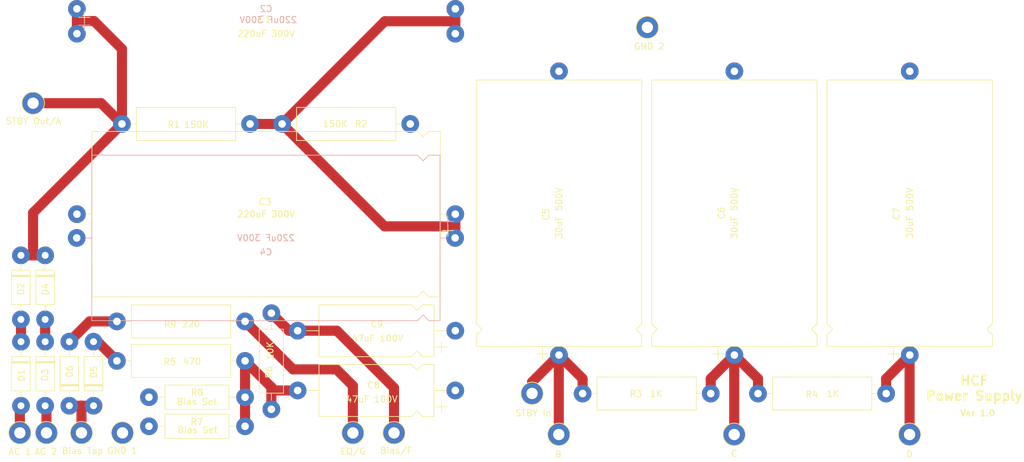
<source format=kicad_pcb>
(kicad_pcb (version 20241229) (generator "pcbnew") (generator_version "9.0")
  (layers (0 "F.Cu" signal) (2 "B.Cu" signal) (13 "F.Paste" user) (15 "B.Paste" user) (5 "F.SilkS" user "F.Silkscreen") (7 "B.SilkS" user "B.Silkscreen") (1 "F.Mask" user) (3 "B.Mask" user) (25 "Edge.Cuts" user))
  (net 0 "")
  (net 1 "Net-(D2-K)")
  (net 2 "Net-(C1-Pad2)")
  (net 3 "GND")
  (net 4 "B")
  (net 5 "C")
  (net 6 "D")
  (net 7 "Net-(C8-Pad2)")
  (net 8 "F")
  (net 9 "Net-(D1-K)")
  (net 10 "Net-(D1-A)")
  (net 11 "Net-(D3-A)")
  (net 12 "Net-(D3-K)")
  (net 13 "Net-(D5-A)")
  (net 14 "60VAC")
  (net 15 "Net-(D6-A)")
  (net 16 "G")
  (footprint "Capacitor_THT:CP_Axial_L42.0mm_D26.0mm_P45.00mm_Horizontal" (layer "F.Cu") (at 222.373 137.61 90)
    (property "Reference" "C7" (at 22.42 -2.09 90) (layer "F.SilkS"))
    (property "Value" "30uF 500V" (at 22.5 0 90) (layer "F.SilkS"))
    (fp_line (start 43.62 -13.12) (end 43.62 13.12) (stroke (width 0.12)) (layer "F.SilkS"))
    (fp_line (start 4.98 -13.12) (end 43.62 -13.12) (stroke (width 0.12)) (layer "F.SilkS"))
    (fp_line (start 3.18 -13.12) (end 4.08 -12.22) (stroke (width 0.12)) (layer "F.SilkS"))
    (fp_line (start 1.38 -13.12) (end 3.18 -13.12) (stroke (width 0.12)) (layer "F.SilkS"))
    (fp_line (start 1.38 -13.12) (end 1.38 13.12) (stroke (width 0.12)) (layer "F.SilkS"))
    (fp_line (start 4.08 -12.22) (end 4.98 -13.12) (stroke (width 0.12)) (layer "F.SilkS"))
    (fp_line (start 0.18 -3.5) (end 0.18 -1.7) (stroke (width 0.12)) (layer "F.SilkS"))
    (fp_line (start -0.72 -2.6) (end 1.08 -2.6) (stroke (width 0.12)) (layer "F.SilkS"))
    (fp_line (start 4.08 12.22) (end 4.98 13.12) (stroke (width 0.12)) (layer "F.SilkS"))
    (fp_line (start 4.98 13.12) (end 43.62 13.12) (stroke (width 0.12)) (layer "F.SilkS"))
    (fp_line (start 3.18 13.12) (end 4.08 12.22) (stroke (width 0.12)) (layer "F.SilkS"))
    (fp_line (start 1.38 13.12) (end 3.18 13.12) (stroke (width 0.12)) (layer "F.SilkS"))
    (pad "1" thru_hole circle (at 0 0 90) (size 2.8 2.8) (drill 1.2) (layers "*.Cu" "*.Mask") (net 6 "D"))
    (pad "2" thru_hole circle (at 45 0 90) (size 2.8 2.8) (drill 1.2) (layers "*.Cu" "*.Mask") (net 3 "GND"))
  )
  (footprint "Resistor_THT:R_Axial_DIN0516_L15.5mm_D5.0mm_P20.32mm_Horizontal" (layer "F.Cu") (at 96.6445 132.275)
    (property "Reference" "R9" (at 8.44 0.44 0) (layer "F.SilkS"))
    (property "Value" "220" (at 11.73 0.4 0) (layer "F.SilkS"))
    (fp_line (start 1.44 0) (end 2.29 0) (stroke (width 0.12)) (layer "F.SilkS"))
    (fp_line (start 2.29 -2.62) (end 2.29 2.62) (stroke (width 0.12)) (layer "F.SilkS"))
    (fp_line (start 2.29 2.62) (end 18.03 2.62) (stroke (width 0.12)) (layer "F.SilkS"))
    (fp_line (start 18.03 -2.62) (end 2.29 -2.62) (stroke (width 0.12)) (layer "F.SilkS"))
    (fp_line (start 18.03 2.62) (end 18.03 -2.62) (stroke (width 0.12)) (layer "F.SilkS"))
    (fp_line (start 18.88 0) (end 18.03 0) (stroke (width 0.12)) (layer "F.SilkS"))
    (pad "1" thru_hole circle (at 0 0) (size 2.8 2.8) (drill 1.2) (layers "*.Cu" "*.Mask") (net 15 "Net-(D6-A)"))
    (pad "2" thru_hole circle (at 20.32 0) (size 2.8 2.8) (drill 1.2) (layers "*.Cu" "*.Mask") (net 16 "G"))
  )
  (footprint "HiroFootprints:Out_Hole_3.4_1.8" (layer "F.Cu") (at 166.717 150.21)
    (property "Reference" "TP3" (hide yes))
    (property "Value" "B" (at -0.08 3.16 0) (layer "F.SilkS"))
    (fp_circle (center 0 0) (end 1.8 0) (stroke (width 0.12)) (fill no) (layer "F.SilkS"))
    (pad "1" thru_hole circle (at 0 0) (size 3.4 3.4) (drill 1.8) (layers "*.Cu" "*.Mask") (net 4 "B"))
  )
  (footprint "HiroFootprints:Out_Hole_3.4_1.8" (layer "F.Cu") (at 194.53 150.21)
    (property "Reference" "TP4" (hide yes))
    (property "Value" "C" (at 0 3.02 0) (layer "F.SilkS"))
    (fp_circle (center 0 0) (end 1.8 0) (stroke (width 0.12)) (fill no) (layer "F.SilkS"))
    (pad "1" thru_hole circle (at 0 0) (size 3.4 3.4) (drill 1.8) (layers "*.Cu" "*.Mask") (net 5 "C"))
  )
  (footprint "HiroFootprints:Out_Hole_3.4_1.8" (layer "F.Cu") (at 140.582 149.96)
    (property "Reference" "TP7" (hide yes))
    (property "Value" "Bias/F" (at 0.34 2.79 0) (layer "F.SilkS"))
    (fp_circle (center 0 0) (end 1.8 0) (stroke (width 0.12)) (fill no) (layer "F.SilkS"))
    (pad "1" thru_hole circle (at 0 0) (size 3.4 3.4) (drill 1.8) (layers "*.Cu" "*.Mask") (net 8 "F"))
  )
  (footprint "Capacitor_THT:CP_Axial_L18.0mm_D8.0mm_P25.00mm_Horizontal" (layer "F.Cu") (at 150.302 133.75 180)
    (property "Reference" "C9" (at 12.45 1.05 0) (layer "F.SilkS"))
    (property "Value" "47uF 100V" (at 12.34 -1.21 0) (layer "F.SilkS"))
    (fp_line (start 23.56 0) (end 21.62 0) (stroke (width 0.12)) (layer "F.SilkS"))
    (fp_line (start 21.62 -4.12) (end 21.62 4.12) (stroke (width 0.12)) (layer "F.SilkS"))
    (fp_line (start 6.98 4.12) (end 21.62 4.12) (stroke (width 0.12)) (layer "F.SilkS"))
    (fp_line (start 6.98 -4.12) (end 21.62 -4.12) (stroke (width 0.12)) (layer "F.SilkS"))
    (fp_line (start 6.08 3.22) (end 6.98 4.12) (stroke (width 0.12)) (layer "F.SilkS"))
    (fp_line (start 6.08 -3.22) (end 6.98 -4.12) (stroke (width 0.12)) (layer "F.SilkS"))
    (fp_line (start 5.18 4.12) (end 6.08 3.22) (stroke (width 0.12)) (layer "F.SilkS"))
    (fp_line (start 5.18 -4.12) (end 6.08 -3.22) (stroke (width 0.12)) (layer "F.SilkS"))
    (fp_line (start 3.38 4.12) (end 5.18 4.12) (stroke (width 0.12)) (layer "F.SilkS"))
    (fp_line (start 3.38 -4.12) (end 5.18 -4.12) (stroke (width 0.12)) (layer "F.SilkS"))
    (fp_line (start 3.38 -4.12) (end 3.38 4.12) (stroke (width 0.12)) (layer "F.SilkS"))
    (fp_line (start 2.18 -3.5) (end 2.18 -1.7) (stroke (width 0.12)) (layer "F.SilkS"))
    (fp_line (start 1.44 0) (end 3.38 0) (stroke (width 0.12)) (layer "F.SilkS"))
    (fp_line (start 1.28 -2.6) (end 3.08 -2.6) (stroke (width 0.12)) (layer "F.SilkS"))
    (pad "1" thru_hole circle (at 0 0 180) (size 2.8 2.8) (drill 1.2) (layers "*.Cu" "*.Mask") (net 3 "GND"))
    (pad "2" thru_hole circle (at 25 0 180) (size 2.8 2.8) (drill 1.2) (layers "*.Cu" "*.Mask") (net 8 "F"))
  )
  (footprint "Resistor_THT:R_Axial_DIN0516_L15.5mm_D5.0mm_P20.32mm_Horizontal" (layer "F.Cu") (at 170.4935 143.7175)
    (property "Reference" "R3" (at 8.454 0.034 0) (layer "F.SilkS"))
    (property "Value" "1K" (at 11.65 0 0) (layer "F.SilkS"))
    (fp_line (start 1.44 0) (end 2.29 0) (stroke (width 0.12)) (layer "F.SilkS"))
    (fp_line (start 2.29 -2.62) (end 2.29 2.62) (stroke (width 0.12)) (layer "F.SilkS"))
    (fp_line (start 2.29 2.62) (end 18.03 2.62) (stroke (width 0.12)) (layer "F.SilkS"))
    (fp_line (start 18.03 -2.62) (end 2.29 -2.62) (stroke (width 0.12)) (layer "F.SilkS"))
    (fp_line (start 18.03 2.62) (end 18.03 -2.62) (stroke (width 0.12)) (layer "F.SilkS"))
    (fp_line (start 18.88 0) (end 18.03 0) (stroke (width 0.12)) (layer "F.SilkS"))
    (pad "1" thru_hole circle (at 0 0) (size 2.8 2.8) (drill 1.2) (layers "*.Cu" "*.Mask") (net 4 "B"))
    (pad "2" thru_hole circle (at 20.32 0) (size 2.8 2.8) (drill 1.2) (layers "*.Cu" "*.Mask") (net 5 "C"))
  )
  (footprint "HiroFootprints:Out_Hole_3.4_1.8" (layer "F.Cu") (at 162.477 143.7)
    (property "Reference" "TP2" (hide yes))
    (property "Value" "STBY In" (at 0.205 3.105 0) (layer "F.SilkS"))
    (fp_circle (center 0 0) (end 1.8 0) (stroke (width 0.12)) (fill no) (layer "F.SilkS"))
    (pad "1" thru_hole circle (at 0 0) (size 3.4 3.4) (drill 1.8) (layers "*.Cu" "*.Mask") (net 4 "B"))
  )
  (footprint "Capacitor_THT:CP_Axial_L42.0mm_D26.0mm_P45.00mm_Horizontal" (layer "F.Cu") (at 194.56 137.61 90)
    (property "Reference" "C6" (at 22.52 -2.03 90) (layer "F.SilkS"))
    (property "Value" "30uF 500V" (at 22.5 0 90) (layer "F.SilkS"))
    (fp_line (start 43.62 -13.12) (end 43.62 13.12) (stroke (width 0.12)) (layer "F.SilkS"))
    (fp_line (start 4.98 -13.12) (end 43.62 -13.12) (stroke (width 0.12)) (layer "F.SilkS"))
    (fp_line (start 3.18 -13.12) (end 4.08 -12.22) (stroke (width 0.12)) (layer "F.SilkS"))
    (fp_line (start 1.38 -13.12) (end 3.18 -13.12) (stroke (width 0.12)) (layer "F.SilkS"))
    (fp_line (start 1.38 -13.12) (end 1.38 13.12) (stroke (width 0.12)) (layer "F.SilkS"))
    (fp_line (start 4.08 -12.22) (end 4.98 -13.12) (stroke (width 0.12)) (layer "F.SilkS"))
    (fp_line (start 0.18 -3.5) (end 0.18 -1.7) (stroke (width 0.12)) (layer "F.SilkS"))
    (fp_line (start -0.72 -2.6) (end 1.08 -2.6) (stroke (width 0.12)) (layer "F.SilkS"))
    (fp_line (start 4.08 12.22) (end 4.98 13.12) (stroke (width 0.12)) (layer "F.SilkS"))
    (fp_line (start 4.98 13.12) (end 43.62 13.12) (stroke (width 0.12)) (layer "F.SilkS"))
    (fp_line (start 3.18 13.12) (end 4.08 12.22) (stroke (width 0.12)) (layer "F.SilkS"))
    (fp_line (start 1.38 13.12) (end 3.18 13.12) (stroke (width 0.12)) (layer "F.SilkS"))
    (pad "1" thru_hole circle (at 0 0 90) (size 2.8 2.8) (drill 1.2) (layers "*.Cu" "*.Mask") (net 5 "C"))
    (pad "2" thru_hole circle (at 45 0 90) (size 2.8 2.8) (drill 1.2) (layers "*.Cu" "*.Mask") (net 3 "GND"))
  )
  (footprint "Resistor_THT:R_Axial_DIN0411_L9.9mm_D3.6mm_P15.24mm_Horizontal" (layer "F.Cu") (at 121.13325 130.97 -90)
    (property "Reference" "R6" (at 9.36 0.36 90) (layer "F.SilkS"))
    (property "Value" "10K" (at 5.95 0.18 90) (layer "F.SilkS"))
    (fp_line (start 2.55 1.92) (end 12.69 1.92) (stroke (width 0.12)) (layer "F.SilkS"))
    (fp_line (start 12.69 1.92) (end 12.69 -1.92) (stroke (width 0.12)) (layer "F.SilkS"))
    (fp_line (start 1.44 0) (end 2.55 0) (stroke (width 0.12)) (layer "F.SilkS"))
    (fp_line (start 13.8 0) (end 12.69 0) (stroke (width 0.12)) (layer "F.SilkS"))
    (fp_line (start 2.55 -1.92) (end 2.55 1.92) (stroke (width 0.12)) (layer "F.SilkS"))
    (fp_line (start 12.69 -1.92) (end 2.55 -1.92) (stroke (width 0.12)) (layer "F.SilkS"))
    (pad "1" thru_hole circle (at 0 0 270) (size 2.8 2.8) (drill 1.2) (layers "*.Cu" "*.Mask") (net 8 "F"))
    (pad "2" thru_hole circle (at 15.24 0 270) (size 2.8 2.8) (drill 1.2) (layers "*.Cu" "*.Mask") (net 7 "Net-(C8-Pad2)"))
  )
  (footprint "Capacitor_THT:CP_Axial_L18.0mm_D8.0mm_P25.00mm_Horizontal" (layer "F.Cu") (at 150.302 143.225 180)
    (property "Reference" "C8" (at 12.94 0.81 0) (layer "F.SilkS"))
    (property "Value" "47uF 100V" (at 13.24 -1.39 0) (layer "F.SilkS"))
    (fp_line (start 23.56 0) (end 21.62 0) (stroke (width 0.12)) (layer "F.SilkS"))
    (fp_line (start 21.62 -4.12) (end 21.62 4.12) (stroke (width 0.12)) (layer "F.SilkS"))
    (fp_line (start 6.98 4.12) (end 21.62 4.12) (stroke (width 0.12)) (layer "F.SilkS"))
    (fp_line (start 6.98 -4.12) (end 21.62 -4.12) (stroke (width 0.12)) (layer "F.SilkS"))
    (fp_line (start 6.08 3.22) (end 6.98 4.12) (stroke (width 0.12)) (layer "F.SilkS"))
    (fp_line (start 6.08 -3.22) (end 6.98 -4.12) (stroke (width 0.12)) (layer "F.SilkS"))
    (fp_line (start 5.18 4.12) (end 6.08 3.22) (stroke (width 0.12)) (layer "F.SilkS"))
    (fp_line (start 5.18 -4.12) (end 6.08 -3.22) (stroke (width 0.12)) (layer "F.SilkS"))
    (fp_line (start 3.38 4.12) (end 5.18 4.12) (stroke (width 0.12)) (layer "F.SilkS"))
    (fp_line (start 3.38 -4.12) (end 5.18 -4.12) (stroke (width 0.12)) (layer "F.SilkS"))
    (fp_line (start 3.38 -4.12) (end 3.38 4.12) (stroke (width 0.12)) (layer "F.SilkS"))
    (fp_line (start 2.18 -3.5) (end 2.18 -1.7) (stroke (width 0.12)) (layer "F.SilkS"))
    (fp_line (start 1.44 0) (end 3.38 0) (stroke (width 0.12)) (layer "F.SilkS"))
    (fp_line (start 1.28 -2.6) (end 3.08 -2.6) (stroke (width 0.12)) (layer "F.SilkS"))
    (pad "1" thru_hole circle (at 0 0 180) (size 2.8 2.8) (drill 1.2) (layers "*.Cu" "*.Mask") (net 3 "GND"))
    (pad "2" thru_hole circle (at 25 0 180) (size 2.8 2.8) (drill 1.2) (layers "*.Cu" "*.Mask") (net 7 "Net-(C8-Pad2)"))
  )
  (footprint "Capacitor_THT:CP_Axial_L55.0mm_D26.0mm_P60.00mm_Horizontal" (layer "F.Cu") (at 90.3 86.6525)
    (property "Reference" "C1" (at 29.81 -2.33 0) (layer "F.SilkS"))
    (property "Value" "220uF 300V" (at 30 0 0) (layer "F.SilkS"))
    (fp_line (start 0.28 -2.6) (end 2.08 -2.6) (stroke (width 0.12)) (layer "F.SilkS"))
    (fp_line (start 1.18 -3.5) (end 1.18 -1.7) (stroke (width 0.12)) (layer "F.SilkS"))
    (pad "1" thru_hole circle (at 0 0) (size 2.8 2.8) (drill 1.2) (layers "*.Cu" "*.Mask") (net 1 "Net-(D2-K)"))
    (pad "2" thru_hole circle (at 60 0) (size 2.8 2.8) (drill 1.2) (layers "*.Cu" "*.Mask") (net 2 "Net-(C1-Pad2)"))
  )
  (footprint "HiroFootprints:Out_Hole_3.4_1.8" (layer "F.Cu") (at 81.252 149.95)
    (property "Reference" "TP10" (hide yes))
    (property "Value" "AC 1" (at 0 3 0) (layer "F.SilkS"))
    (fp_circle (center 0 0) (end 1.8 0) (stroke (width 0.12)) (fill no) (layer "F.SilkS"))
    (pad "1" thru_hole circle (at 0 0) (size 3.4 3.4) (drill 1.8) (layers "*.Cu" "*.Mask") (net 10 "Net-(D1-A)"))
  )
  (footprint "Resistor_THT:R_Axial_DIN0516_L15.5mm_D5.0mm_P20.32mm_Horizontal" (layer "F.Cu") (at 97.44 100.96)
    (property "Reference" "R1" (at 8.22 0.11 0) (layer "F.SilkS"))
    (property "Value" "150K" (at 11.81 0.11 0) (layer "F.SilkS"))
    (fp_line (start 1.44 0) (end 2.29 0) (stroke (width 0.12)) (layer "F.SilkS"))
    (fp_line (start 2.29 -2.62) (end 2.29 2.62) (stroke (width 0.12)) (layer "F.SilkS"))
    (fp_line (start 2.29 2.62) (end 18.03 2.62) (stroke (width 0.12)) (layer "F.SilkS"))
    (fp_line (start 18.03 -2.62) (end 2.29 -2.62) (stroke (width 0.12)) (layer "F.SilkS"))
    (fp_line (start 18.03 2.62) (end 18.03 -2.62) (stroke (width 0.12)) (layer "F.SilkS"))
    (fp_line (start 18.88 0) (end 18.03 0) (stroke (width 0.12)) (layer "F.SilkS"))
    (pad "1" thru_hole circle (at 0 0) (size 2.8 2.8) (drill 1.2) (layers "*.Cu" "*.Mask") (net 1 "Net-(D2-K)"))
    (pad "2" thru_hole circle (at 20.32 0) (size 2.8 2.8) (drill 1.2) (layers "*.Cu" "*.Mask") (net 2 "Net-(C1-Pad2)"))
  )
  (footprint "HiroFootprints:Out_Hole_3.4_1.8" (layer "F.Cu") (at 134.062 149.96)
    (property "Reference" "TP8" (hide yes))
    (property "Value" "EQ/G" (at 0.03 2.92 0) (layer "F.SilkS"))
    (fp_circle (center 0 0) (end 1.8 0) (stroke (width 0.12)) (fill no) (layer "F.SilkS"))
    (pad "1" thru_hole circle (at 0 0) (size 3.4 3.4) (drill 1.8) (layers "*.Cu" "*.Mask") (net 16 "G"))
  )
  (footprint "Diode_THT:D_DO-41_SOD81_P10.16mm_Horizontal" (layer "F.Cu") (at 85.262 121.8 -90)
    (property "Reference" "D4" (at 5.37 -0.07 90) (layer "F.SilkS"))
    (property "Value" "1N4006")
    (fp_line (start 2.36 1.47) (end 7.8 1.47) (stroke (width 0.12)) (layer "F.SilkS"))
    (fp_line (start 7.8 1.47) (end 7.8 -1.47) (stroke (width 0.12)) (layer "F.SilkS"))
    (fp_line (start 1.34 0) (end 2.36 0) (stroke (width 0.12)) (layer "F.SilkS"))
    (fp_line (start 8.82 0) (end 7.8 0) (stroke (width 0.12)) (layer "F.SilkS"))
    (fp_line (start 2.36 -1.47) (end 2.36 1.47) (stroke (width 0.12)) (layer "F.SilkS"))
    (fp_line (start 3.14 -1.47) (end 3.14 1.47) (stroke (width 0.12)) (layer "F.SilkS"))
    (fp_line (start 3.26 -1.47) (end 3.26 1.47) (stroke (width 0.12)) (layer "F.SilkS"))
    (fp_line (start 3.38 -1.47) (end 3.38 1.47) (stroke (width 0.12)) (layer "F.SilkS"))
    (fp_line (start 7.8 -1.47) (end 2.36 -1.47) (stroke (width 0.12)) (layer "F.SilkS"))
    (pad "1" thru_hole circle (at 0 0 270) (size 2.8 2.8) (drill 1.1) (layers "*.Cu" "*.Mask") (net 1 "Net-(D2-K)"))
    (pad "2" thru_hole circle (at 10.16 0 270) (size 2.8 2.8) (drill 1.1) (layers "*.Cu" "*.Mask") (net 12 "Net-(D3-K)"))
  )
  (footprint "HiroFootprints:Out_Hole_3.4_1.8" (layer "F.Cu") (at 222.343 150.21)
    (property "Reference" "TP5" (hide yes))
    (property "Value" "D" (at -0.01 3.09 0) (layer "F.SilkS"))
    (fp_circle (center 0 0) (end 1.8 0) (stroke (width 0.12)) (fill no) (layer "F.SilkS"))
    (pad "1" thru_hole circle (at 0 0) (size 3.4 3.4) (drill 1.8) (layers "*.Cu" "*.Mask") (net 6 "D"))
  )
  (footprint "Resistor_THT:R_Axial_DIN0411_L9.9mm_D3.6mm_P15.24mm_Horizontal" (layer "F.Cu") (at 116.9645 144.295 180)
    (property "Reference" "R8" (at 7.59 0.77 0) (layer "F.SilkS"))
    (property "Value" "Bias Set" (at 7.64 -0.72 0) (layer "F.SilkS"))
    (fp_line (start 13.8 0) (end 12.69 0) (stroke (width 0.12)) (layer "F.SilkS"))
    (fp_line (start 12.69 1.92) (end 12.69 -1.92) (stroke (width 0.12)) (layer "F.SilkS"))
    (fp_line (start 12.69 -1.92) (end 2.55 -1.92) (stroke (width 0.12)) (layer "F.SilkS"))
    (fp_line (start 2.55 1.92) (end 12.69 1.92) (stroke (width 0.12)) (layer "F.SilkS"))
    (fp_line (start 2.55 -1.92) (end 2.55 1.92) (stroke (width 0.12)) (layer "F.SilkS"))
    (fp_line (start 1.44 0) (end 2.55 0) (stroke (width 0.12)) (layer "F.SilkS"))
    (pad "1" thru_hole circle (at 0 0 180) (size 2.8 2.8) (drill 1.2) (layers "*.Cu" "*.Mask") (net 7 "Net-(C8-Pad2)"))
    (pad "2" thru_hole circle (at 15.24 0 180) (size 2.8 2.8) (drill 1.2) (layers "*.Cu" "*.Mask") (net 3 "GND"))
  )
  (footprint "Diode_THT:D_DO-41_SOD81_P10.16mm_Horizontal" (layer "F.Cu") (at 89.10075 145.65 90)
    (property "Reference" "D6" (at 5.43 0.01 90) (layer "F.SilkS"))
    (property "Value" "1N4006")
    (fp_line (start 7.8 -1.47) (end 2.36 -1.47) (stroke (width 0.12)) (layer "F.SilkS"))
    (fp_line (start 3.38 -1.47) (end 3.38 1.47) (stroke (width 0.12)) (layer "F.SilkS"))
    (fp_line (start 3.26 -1.47) (end 3.26 1.47) (stroke (width 0.12)) (layer "F.SilkS"))
    (fp_line (start 3.14 -1.47) (end 3.14 1.47) (stroke (width 0.12)) (layer "F.SilkS"))
    (fp_line (start 2.36 -1.47) (end 2.36 1.47) (stroke (width 0.12)) (layer "F.SilkS"))
    (fp_line (start 8.82 0) (end 7.8 0) (stroke (width 0.12)) (layer "F.SilkS"))
    (fp_line (start 1.34 0) (end 2.36 0) (stroke (width 0.12)) (layer "F.SilkS"))
    (fp_line (start 7.8 1.47) (end 7.8 -1.47) (stroke (width 0.12)) (layer "F.SilkS"))
    (fp_line (start 2.36 1.47) (end 7.8 1.47) (stroke (width 0.12)) (layer "F.SilkS"))
    (pad "1" thru_hole circle (at 0 0 90) (size 2.8 2.8) (drill 1.1) (layers "*.Cu" "*.Mask") (net 14 "60VAC"))
    (pad "2" thru_hole circle (at 10.16 0 90) (size 2.8 2.8) (drill 1.1) (layers "*.Cu" "*.Mask") (net 15 "Net-(D6-A)"))
  )
  (footprint "Resistor_THT:R_Axial_DIN0516_L15.5mm_D5.0mm_P20.32mm_Horizontal" (layer "F.Cu") (at 198.3065 143.7175)
    (property "Reference" "R4" (at 8.56 0.144 0) (layer "F.SilkS"))
    (property "Value" "1K" (at 11.85 0.04 0) (layer "F.SilkS"))
    (fp_line (start 1.44 0) (end 2.29 0) (stroke (width 0.12)) (layer "F.SilkS"))
    (fp_line (start 2.29 -2.62) (end 2.29 2.62) (stroke (width 0.12)) (layer "F.SilkS"))
    (fp_line (start 2.29 2.62) (end 18.03 2.62) (stroke (width 0.12)) (layer "F.SilkS"))
    (fp_line (start 18.03 -2.62) (end 2.29 -2.62) (stroke (width 0.12)) (layer "F.SilkS"))
    (fp_line (start 18.03 2.62) (end 18.03 -2.62) (stroke (width 0.12)) (layer "F.SilkS"))
    (fp_line (start 18.88 0) (end 18.03 0) (stroke (width 0.12)) (layer "F.SilkS"))
    (pad "1" thru_hole circle (at 0 0) (size 2.8 2.8) (drill 1.2) (layers "*.Cu" "*.Mask") (net 5 "C"))
    (pad "2" thru_hole circle (at 20.32 0) (size 2.8 2.8) (drill 1.2) (layers "*.Cu" "*.Mask") (net 6 "D"))
  )
  (footprint "Diode_THT:D_DO-41_SOD81_P10.16mm_Horizontal" (layer "F.Cu") (at 81.432 135.49 -90)
    (property "Reference" "D1" (at 5.34 -0.05 90) (layer "F.SilkS"))
    (property "Value" "1N4006")
    (fp_line (start 2.36 1.47) (end 7.8 1.47) (stroke (width 0.12)) (layer "F.SilkS"))
    (fp_line (start 7.8 1.47) (end 7.8 -1.47) (stroke (width 0.12)) (layer "F.SilkS"))
    (fp_line (start 1.34 0) (end 2.36 0) (stroke (width 0.12)) (layer "F.SilkS"))
    (fp_line (start 8.82 0) (end 7.8 0) (stroke (width 0.12)) (layer "F.SilkS"))
    (fp_line (start 2.36 -1.47) (end 2.36 1.47) (stroke (width 0.12)) (layer "F.SilkS"))
    (fp_line (start 3.14 -1.47) (end 3.14 1.47) (stroke (width 0.12)) (layer "F.SilkS"))
    (fp_line (start 3.26 -1.47) (end 3.26 1.47) (stroke (width 0.12)) (layer "F.SilkS"))
    (fp_line (start 3.38 -1.47) (end 3.38 1.47) (stroke (width 0.12)) (layer "F.SilkS"))
    (fp_line (start 7.8 -1.47) (end 2.36 -1.47) (stroke (width 0.12)) (layer "F.SilkS"))
    (pad "1" thru_hole circle (at 0 0 270) (size 2.8 2.8) (drill 1.1) (layers "*.Cu" "*.Mask") (net 9 "Net-(D1-K)"))
    (pad "2" thru_hole circle (at 10.16 0 270) (size 2.8 2.8) (drill 1.1) (layers "*.Cu" "*.Mask") (net 10 "Net-(D1-A)"))
  )
  (footprint "HiroFootprints:Out_Hole_3.4_1.8" (layer "F.Cu") (at 83.35 97.67)
    (property "Reference" "TP1" (hide yes))
    (property "Value" "STBY Out/A" (at 0.065 2.845 0) (layer "F.SilkS"))
    (fp_circle (center 0 0) (end 1.8 0) (stroke (width 0.12)) (fill no) (layer "F.SilkS"))
    (pad "1" thru_hole circle (at 0 0) (size 3.4 3.4) (drill 1.8) (layers "*.Cu" "*.Mask") (net 1 "Net-(D2-K)"))
  )
  (footprint "Diode_THT:D_DO-41_SOD81_P10.16mm_Horizontal" (layer "F.Cu") (at 92.932 145.65 90)
    (property "Reference" "D5" (at 5.35 0.04 90) (layer "F.SilkS"))
    (property "Value" "1N4006")
    (fp_line (start 7.8 -1.47) (end 2.36 -1.47) (stroke (width 0.12)) (layer "F.SilkS"))
    (fp_line (start 3.38 -1.47) (end 3.38 1.47) (stroke (width 0.12)) (layer "F.SilkS"))
    (fp_line (start 3.26 -1.47) (end 3.26 1.47) (stroke (width 0.12)) (layer "F.SilkS"))
    (fp_line (start 3.14 -1.47) (end 3.14 1.47) (stroke (width 0.12)) (layer "F.SilkS"))
    (fp_line (start 2.36 -1.47) (end 2.36 1.47) (stroke (width 0.12)) (layer "F.SilkS"))
    (fp_line (start 8.82 0) (end 7.8 0) (stroke (width 0.12)) (layer "F.SilkS"))
    (fp_line (start 1.34 0) (end 2.36 0) (stroke (width 0.12)) (layer "F.SilkS"))
    (fp_line (start 7.8 1.47) (end 7.8 -1.47) (stroke (width 0.12)) (layer "F.SilkS"))
    (fp_line (start 2.36 1.47) (end 7.8 1.47) (stroke (width 0.12)) (layer "F.SilkS"))
    (pad "1" thru_hole circle (at 0 0 90) (size 2.8 2.8) (drill 1.1) (layers "*.Cu" "*.Mask") (net 14 "60VAC"))
    (pad "2" thru_hole circle (at 10.16 0 90) (size 2.8 2.8) (drill 1.1) (layers "*.Cu" "*.Mask") (net 13 "Net-(D5-A)"))
  )
  (footprint "HiroFootprints:Out_Hole_3.4_1.8" (layer "F.Cu") (at 91.022 149.95)
    (property "Reference" "TP9" (hide yes))
    (property "Value" "Bias Tap" (at 0.18 2.86 0) (layer "F.SilkS"))
    (fp_circle (center 0 0) (end 1.8 0) (stroke (width 0.12)) (fill no) (layer "F.SilkS"))
    (pad "1" thru_hole circle (at 0 0) (size 3.4 3.4) (drill 1.8) (layers "*.Cu" "*.Mask") (net 14 "60VAC"))
  )
  (footprint "Resistor_THT:R_Axial_DIN0411_L9.9mm_D3.6mm_P15.24mm_Horizontal" (layer "F.Cu") (at 116.9645 148.905 180)
    (property "Reference" "R7" (at 7.65 0.71 0) (layer "F.SilkS"))
    (property "Value" "Bias Set" (at 7.53 -0.59 0) (layer "F.SilkS"))
    (fp_line (start 13.8 0) (end 12.69 0) (stroke (width 0.12)) (layer "F.SilkS"))
    (fp_line (start 12.69 1.92) (end 12.69 -1.92) (stroke (width 0.12)) (layer "F.SilkS"))
    (fp_line (start 12.69 -1.92) (end 2.55 -1.92) (stroke (width 0.12)) (layer "F.SilkS"))
    (fp_line (start 2.55 1.92) (end 12.69 1.92) (stroke (width 0.12)) (layer "F.SilkS"))
    (fp_line (start 2.55 -1.92) (end 2.55 1.92) (stroke (width 0.12)) (layer "F.SilkS"))
    (fp_line (start 1.44 0) (end 2.55 0) (stroke (width 0.12)) (layer "F.SilkS"))
    (pad "1" thru_hole circle (at 0 0 180) (size 2.8 2.8) (drill 1.2) (layers "*.Cu" "*.Mask") (net 7 "Net-(C8-Pad2)"))
    (pad "2" thru_hole circle (at 15.24 0 180) (size 2.8 2.8) (drill 1.2) (layers "*.Cu" "*.Mask") (net 3 "GND"))
  )
  (footprint "Resistor_THT:R_Axial_DIN0516_L15.5mm_D5.0mm_P20.32mm_Horizontal" (layer "F.Cu") (at 96.6445 138.535)
    (property "Reference" "R5" (at 8.39 0.14 0) (layer "F.SilkS"))
    (property "Value" "470" (at 11.91 0.09 0) (layer "F.SilkS"))
    (fp_line (start 1.44 0) (end 2.29 0) (stroke (width 0.12)) (layer "F.SilkS"))
    (fp_line (start 2.29 -2.62) (end 2.29 2.62) (stroke (width 0.12)) (layer "F.SilkS"))
    (fp_line (start 2.29 2.62) (end 18.03 2.62) (stroke (width 0.12)) (layer "F.SilkS"))
    (fp_line (start 18.03 -2.62) (end 2.29 -2.62) (stroke (width 0.12)) (layer "F.SilkS"))
    (fp_line (start 18.03 2.62) (end 18.03 -2.62) (stroke (width 0.12)) (layer "F.SilkS"))
    (fp_line (start 18.88 0) (end 18.03 0) (stroke (width 0.12)) (layer "F.SilkS"))
    (pad "1" thru_hole circle (at 0 0) (size 2.8 2.8) (drill 1.2) (layers "*.Cu" "*.Mask") (net 13 "Net-(D5-A)"))
    (pad "2" thru_hole circle (at 20.32 0) (size 2.8 2.8) (drill 1.2) (layers "*.Cu" "*.Mask") (net 7 "Net-(C8-Pad2)"))
  )
  (footprint "Capacitor_THT:CP_Axial_L42.0mm_D26.0mm_P45.00mm_Horizontal" (layer "F.Cu") (at 166.747 137.61 90)
    (property "Reference" "C5" (at 22.31 -2.07 90) (layer "F.SilkS"))
    (property "Value" "30uF 500V" (at 22.5 0 90) (layer "F.SilkS"))
    (fp_line (start 43.62 -13.12) (end 43.62 13.12) (stroke (width 0.12)) (layer "F.SilkS"))
    (fp_line (start 4.98 -13.12) (end 43.62 -13.12) (stroke (width 0.12)) (layer "F.SilkS"))
    (fp_line (start 3.18 -13.12) (end 4.08 -12.22) (stroke (width 0.12)) (layer "F.SilkS"))
    (fp_line (start 1.38 -13.12) (end 3.18 -13.12) (stroke (width 0.12)) (layer "F.SilkS"))
    (fp_line (start 1.38 -13.12) (end 1.38 13.12) (stroke (width 0.12)) (layer "F.SilkS"))
    (fp_line (start 4.08 -12.22) (end 4.98 -13.12) (stroke (width 0.12)) (layer "F.SilkS"))
    (fp_line (start 0.18 -3.5) (end 0.18 -1.7) (stroke (width 0.12)) (layer "F.SilkS"))
    (fp_line (start -0.72 -2.6) (end 1.08 -2.6) (stroke (width 0.12)) (layer "F.SilkS"))
    (fp_line (start 4.08 12.22) (end 4.98 13.12) (stroke (width 0.12)) (layer "F.SilkS"))
    (fp_line (start 4.98 13.12) (end 43.62 13.12) (stroke (width 0.12)) (layer "F.SilkS"))
    (fp_line (start 3.18 13.12) (end 4.08 12.22) (stroke (width 0.12)) (layer "F.SilkS"))
    (fp_line (start 1.38 13.12) (end 3.18 13.12) (stroke (width 0.12)) (layer "F.SilkS"))
    (pad "1" thru_hole circle (at 0 0 90) (size 2.8 2.8) (drill 1.2) (layers "*.Cu" "*.Mask") (net 4 "B"))
    (pad "2" thru_hole circle (at 45 0 90) (size 2.8 2.8) (drill 1.2) (layers "*.Cu" "*.Mask") (net 3 "GND"))
  )
  (footprint "Capacitor_THT:CP_Axial_L55.0mm_D26.0mm_P60.00mm_Horizontal" (layer "F.Cu") (at 150.302 115.2675 180)
    (property "Reference" "C3" (at 30.15 1.96 0) (layer "F.SilkS"))
    (property "Value" "220uF 300V" (at 30 0 0) (layer "F.SilkS"))
    (fp_line (start 58.56 0) (end 57.62 0) (stroke (width 0.12)) (layer "F.SilkS"))
    (fp_line (start 57.62 -13.12) (end 57.62 13.12) (stroke (width 0.12)) (layer "F.SilkS"))
    (fp_line (start 5.98 13.12) (end 57.62 13.12) (stroke (width 0.12)) (layer "F.SilkS"))
    (fp_line (start 5.98 -13.12) (end 57.62 -13.12) (stroke (width 0.12)) (layer "F.SilkS"))
    (fp_line (start 5.08 12.22) (end 5.98 13.12) (stroke (width 0.12)) (layer "F.SilkS"))
    (fp_line (start 5.08 -12.22) (end 5.98 -13.12) (stroke (width 0.12)) (layer "F.SilkS"))
    (fp_line (start 4.18 13.12) (end 5.08 12.22) (stroke (width 0.12)) (layer "F.SilkS"))
    (fp_line (start 4.18 -13.12) (end 5.08 -12.22) (stroke (width 0.12)) (layer "F.SilkS"))
    (fp_line (start 2.38 13.12) (end 4.18 13.12) (stroke (width 0.12)) (layer "F.SilkS"))
    (fp_line (start 2.38 -13.12) (end 4.18 -13.12) (stroke (width 0.12)) (layer "F.SilkS"))
    (fp_line (start 2.38 -13.12) (end 2.38 13.12) (stroke (width 0.12)) (layer "F.SilkS"))
    (fp_line (start 1.44 0) (end 2.38 0) (stroke (width 0.12)) (layer "F.SilkS"))
    (fp_line (start 1.18 -3.5) (end 1.18 -1.7) (stroke (width 0.12)) (layer "F.SilkS"))
    (fp_line (start 0.28 -2.6) (end 2.08 -2.6) (stroke (width 0.12)) (layer "F.SilkS"))
    (pad "1" thru_hole circle (at 0 0 180) (size 2.8 2.8) (drill 1.2) (layers "*.Cu" "*.Mask") (net 2 "Net-(C1-Pad2)"))
    (pad "2" thru_hole circle (at 60 0 180) (size 2.8 2.8) (drill 1.2) (layers "*.Cu" "*.Mask") (net 3 "GND"))
  )
  (footprint "Diode_THT:D_DO-41_SOD81_P10.16mm_Horizontal" (layer "F.Cu") (at 81.422 121.8 -90)
    (property "Reference" "D2" (at 5.34 0 90) (layer "F.SilkS"))
    (property "Value" "1N4006")
    (fp_line (start 2.36 1.47) (end 7.8 1.47) (stroke (width 0.12)) (layer "F.SilkS"))
    (fp_line (start 7.8 1.47) (end 7.8 -1.47) (stroke (width 0.12)) (layer "F.SilkS"))
    (fp_line (start 1.34 0) (end 2.36 0) (stroke (width 0.12)) (layer "F.SilkS"))
    (fp_line (start 8.82 0) (end 7.8 0) (stroke (width 0.12)) (layer "F.SilkS"))
    (fp_line (start 2.36 -1.47) (end 2.36 1.47) (stroke (width 0.12)) (layer "F.SilkS"))
    (fp_line (start 3.14 -1.47) (end 3.14 1.47) (stroke (width 0.12)) (layer "F.SilkS"))
    (fp_line (start 3.26 -1.47) (end 3.26 1.47) (stroke (width 0.12)) (layer "F.SilkS"))
    (fp_line (start 3.38 -1.47) (end 3.38 1.47) (stroke (width 0.12)) (layer "F.SilkS"))
    (fp_line (start 7.8 -1.47) (end 2.36 -1.47) (stroke (width 0.12)) (layer "F.SilkS"))
    (pad "1" thru_hole circle (at 0 0 270) (size 2.8 2.8) (drill 1.1) (layers "*.Cu" "*.Mask") (net 1 "Net-(D2-K)"))
    (pad "2" thru_hole circle (at 10.16 0 270) (size 2.8 2.8) (drill 1.1) (layers "*.Cu" "*.Mask") (net 9 "Net-(D1-K)"))
  )
  (footprint "Resistor_THT:R_Axial_DIN0516_L15.5mm_D5.0mm_P20.32mm_Horizontal" (layer "F.Cu") (at 122.84 100.96)
    (property "Reference" "R2" (at 12.53 0 0) (layer "F.SilkS"))
    (property "Value" "150K" (at 8.41 0 0) (layer "F.SilkS"))
    (fp_line (start 1.44 0) (end 2.29 0) (stroke (width 0.12)) (layer "F.SilkS"))
    (fp_line (start 2.29 -2.62) (end 2.29 2.62) (stroke (width 0.12)) (layer "F.SilkS"))
    (fp_line (start 2.29 2.62) (end 18.03 2.62) (stroke (width 0.12)) (layer "F.SilkS"))
    (fp_line (start 18.03 -2.62) (end 2.29 -2.62) (stroke (width 0.12)) (layer "F.SilkS"))
    (fp_line (start 18.03 2.62) (end 18.03 -2.62) (stroke (width 0.12)) (layer "F.SilkS"))
    (fp_line (start 18.88 0) (end 18.03 0) (stroke (width 0.12)) (layer "F.SilkS"))
    (pad "1" thru_hole circle (at 0 0) (size 2.8 2.8) (drill 1.2) (layers "*.Cu" "*.Mask") (net 2 "Net-(C1-Pad2)"))
    (pad "2" thru_hole circle (at 20.32 0) (size 2.8 2.8) (drill 1.2) (layers "*.Cu" "*.Mask") (net 3 "GND"))
  )
  (footprint "HiroFootprints:Out_Hole_3.4_1.8" (layer "F.Cu") (at 85.472 149.95)
    (property "Reference" "TP11" (hide yes))
    (property "Value" "AC 2" (at -0.11 2.99 0) (layer "F.SilkS"))
    (fp_circle (center 0 0) (end 1.8 0) (stroke (width 0.12)) (fill no) (layer "F.SilkS"))
    (pad "1" thru_hole circle (at 0 0) (size 3.4 3.4) (drill 1.8) (layers "*.Cu" "*.Mask") (net 11 "Net-(D3-A)"))
  )
  (footprint "Diode_THT:D_DO-41_SOD81_P10.16mm_Horizontal" (layer "F.Cu") (at 85.262 135.49 -90)
    (property "Reference" "D3" (at 5.29 0.03 90) (layer "F.SilkS"))
    (property "Value" "1N4006")
    (fp_line (start 2.36 1.47) (end 7.8 1.47) (stroke (width 0.12)) (layer "F.SilkS"))
    (fp_line (start 7.8 1.47) (end 7.8 -1.47) (stroke (width 0.12)) (layer "F.SilkS"))
    (fp_line (start 1.34 0) (end 2.36 0) (stroke (width 0.12)) (layer "F.SilkS"))
    (fp_line (start 8.82 0) (end 7.8 0) (stroke (width 0.12)) (layer "F.SilkS"))
    (fp_line (start 2.36 -1.47) (end 2.36 1.47) (stroke (width 0.12)) (layer "F.SilkS"))
    (fp_line (start 3.14 -1.47) (end 3.14 1.47) (stroke (width 0.12)) (layer "F.SilkS"))
    (fp_line (start 3.26 -1.47) (end 3.26 1.47) (stroke (width 0.12)) (layer "F.SilkS"))
    (fp_line (start 3.38 -1.47) (end 3.38 1.47) (stroke (width 0.12)) (layer "F.SilkS"))
    (fp_line (start 7.8 -1.47) (end 2.36 -1.47) (stroke (width 0.12)) (layer "F.SilkS"))
    (pad "1" thru_hole circle (at 0 0 270) (size 2.8 2.8) (drill 1.1) (layers "*.Cu" "*.Mask") (net 12 "Net-(D3-K)"))
    (pad "2" thru_hole circle (at 10.16 0 270) (size 2.8 2.8) (drill 1.1) (layers "*.Cu" "*.Mask") (net 11 "Net-(D3-A)"))
  )
  (footprint "HiroFootprints:Out_Hole_3.4_1.8" (layer "F.Cu") (at 97.52575 149.95)
    (property "Reference" "TP6" (hide yes))
    (property "Value" "GND 1" (at -0.015 2.815 0) (layer "F.SilkS"))
    (fp_circle (center 0 0) (end 1.8 0) (stroke (width 0.12)) (fill no) (layer "F.SilkS"))
    (pad "1" thru_hole circle (at 0 0) (size 3.4 3.4) (drill 1.8) (layers "*.Cu" "*.Mask") (net 3 "GND"))
  )
  (footprint "HiroFootprints:Out_Hole_3.4_1.8" (layer "F.Cu") (at 180.76 85.65)
    (property "Reference" "TP12" (hide yes))
    (property "Value" "GND 2" (at 0.28 3.02 0) (layer "F.SilkS"))
    (fp_circle (center 0 0) (end 1.8 0) (stroke (width 0.12)) (fill no) (layer "F.SilkS"))
    (pad "1" thru_hole circle (at 0 0) (size 3.4 3.4) (drill 1.8) (layers "*.Cu" "*.Mask") (net 3 "GND"))
  )
  (footprint "Capacitor_THT:CP_Axial_L55.0mm_D26.0mm_P60.00mm_Horizontal" (layer "B.Cu") (at 90.302 82.7075)
    (property "Reference" "C2" (at 30 0 180) (layer "B.SilkS") (effects (justify mirror)))
    (property "Value" "220uF 300V" (at 30.348 1.7475 180) (layer "B.SilkS") (effects (justify mirror)))
    (fp_line (start 0.28 2.6) (end 2.08 2.6) (stroke (width 0.12)) (layer "B.SilkS"))
    (fp_line (start 1.18 3.5) (end 1.18 1.7) (stroke (width 0.12)) (layer "B.SilkS"))
    (pad "1" thru_hole circle (at 0 0) (size 2.8 2.8) (drill 1.2) (layers "*.Cu" "*.Mask") (net 1 "Net-(D2-K)"))
    (pad "2" thru_hole circle (at 60 0) (size 2.8 2.8) (drill 1.2) (layers "*.Cu" "*.Mask") (net 2 "Net-(C1-Pad2)"))
  )
  (footprint "Capacitor_THT:CP_Axial_L55.0mm_D26.0mm_P60.00mm_Horizontal" (layer "B.Cu") (at 150.272 119.0375 180)
    (property "Reference" "C4" (at 30 -2.25 180) (layer "B.SilkS") (effects (justify mirror)))
    (property "Value" "220uF 300V" (at 30 0 180) (layer "B.SilkS") (effects (justify mirror)))
    (fp_line (start 58.56 0) (end 57.62 0) (stroke (width 0.12)) (layer "B.SilkS"))
    (fp_line (start 57.62 13.12) (end 57.62 -13.12) (stroke (width 0.12)) (layer "B.SilkS"))
    (fp_line (start 5.98 13.12) (end 57.62 13.12) (stroke (width 0.12)) (layer "B.SilkS"))
    (fp_line (start 5.98 -13.12) (end 57.62 -13.12) (stroke (width 0.12)) (layer "B.SilkS"))
    (fp_line (start 5.08 12.22) (end 5.98 13.12) (stroke (width 0.12)) (layer "B.SilkS"))
    (fp_line (start 5.08 -12.22) (end 5.98 -13.12) (stroke (width 0.12)) (layer "B.SilkS"))
    (fp_line (start 4.18 13.12) (end 5.08 12.22) (stroke (width 0.12)) (layer "B.SilkS"))
    (fp_line (start 4.18 -13.12) (end 5.08 -12.22) (stroke (width 0.12)) (layer "B.SilkS"))
    (fp_line (start 2.38 13.12) (end 4.18 13.12) (stroke (width 0.12)) (layer "B.SilkS"))
    (fp_line (start 2.38 13.12) (end 2.38 -13.12) (stroke (width 0.12)) (layer "B.SilkS"))
    (fp_line (start 2.38 -13.12) (end 4.18 -13.12) (stroke (width 0.12)) (layer "B.SilkS"))
    (fp_line (start 1.44 0) (end 2.38 0) (stroke (width 0.12)) (layer "B.SilkS"))
    (fp_line (start 1.18 3.5) (end 1.18 1.7) (stroke (width 0.12)) (layer "B.SilkS"))
    (fp_line (start 0.28 2.6) (end 2.08 2.6) (stroke (width 0.12)) (layer "B.SilkS"))
    (pad "1" thru_hole circle (at 0 0 180) (size 2.8 2.8) (drill 1.2) (layers "*.Cu" "*.Mask") (net 2 "Net-(C1-Pad2)"))
    (pad "2" thru_hole circle (at 60 0 180) (size 2.8 2.8) (drill 1.2) (layers "*.Cu" "*.Mask") (net 3 "GND"))
  )
  (gr_text "HCF\nPower Supply" (at 232.58 144.95 0) (layer "F.SilkS") (effects (font (size 1.5 1.5) (thickness 0.3) (bold yes)) (justify bottom)))
  (gr_text "Ver 1.0" (at 230.27 147.39 0) (layer "F.SilkS") (effects (font (size 1 1) (thickness 0.2) (bold yes)) (justify left bottom)))
  (segment (start 94.15 97.67) (end 97.44 100.96) (width 1.6) (layer "F.Cu") (net 1))
  (segment (start 83.35 121.8) (end 85.262 121.8) (width 1.6) (layer "F.Cu") (net 1))
  (segment (start 97.44 89.0655) (end 97.44 100.96) (width 1.6) (layer "F.Cu") (net 1))
  (segment (start 90.302 84.6475) (end 93.022 84.6475) (width 1.6) (layer "F.Cu") (net 1))
  (segment (start 83.35 97.67) (end 94.15 97.67) (width 1.6) (layer "F.Cu") (net 1))
  (segment (start 90.302 82.7075) (end 90.302 84.6475) (width 1.6) (layer "F.Cu") (net 1))
  (segment (start 90.302 84.6475) (end 90.302 86.6505) (width 1.6) (layer "F.Cu") (net 1))
  (segment (start 81.422 121.8) (end 83.35 121.8) (width 1.6) (layer "F.Cu") (net 1))
  (segment (start 90.302 86.6505) (end 90.3 86.6525) (width 1.6) (layer "F.Cu") (net 1))
  (segment (start 83.35 115.05) (end 83.35 121.8) (width 1.6) (layer "F.Cu") (net 1))
  (segment (start 93.022 84.6475) (end 97.44 89.0655) (width 1.6) (layer "F.Cu") (net 1))
  (segment (start 97.44 100.96) (end 83.35 115.05) (width 1.6) (layer "F.Cu") (net 1))
  (segment (start 150.302 86.6505) (end 150.3 86.6525) (width 1.6) (layer "F.Cu") (net 2))
  (segment (start 150.302 119.0075) (end 150.272 119.0375) (width 1.6) (layer "F.Cu") (net 2))
  (segment (start 150.302 115.2675) (end 150.302 117.1975) (width 1.6) (layer "F.Cu") (net 2))
  (segment (start 150.302 117.1975) (end 139.0775 117.1975) (width 1.6) (layer "F.Cu") (net 2))
  (segment (start 150.302 117.1975) (end 150.302 119.0075) (width 1.6) (layer "F.Cu") (net 2))
  (segment (start 150.302 84.6775) (end 139.1225 84.6775) (width 1.6) (layer "F.Cu") (net 2))
  (segment (start 150.302 84.6775) (end 150.302 86.6505) (width 1.6) (layer "F.Cu") (net 2))
  (segment (start 150.302 82.7075) (end 150.302 84.6775) (width 1.6) (layer "F.Cu") (net 2))
  (segment (start 139.0775 117.1975) (end 122.84 100.96) (width 1.6) (layer "F.Cu") (net 2))
  (segment (start 122.84 100.96) (end 117.76 100.96) (width 1.6) (layer "F.Cu") (net 2))
  (segment (start 139.1225 84.6775) (end 122.84 100.96) (width 1.6) (layer "F.Cu") (net 2))
  (segment (start 170.4935 141.3565) (end 170.4935 143.7175) (width 1.6) (layer "F.Cu") (net 4))
  (segment (start 166.747 137.61) (end 170.4935 141.3565) (width 1.6) (layer "F.Cu") (net 4))
  (segment (start 166.717 137.64) (end 166.747 137.61) (width 1.6) (layer "F.Cu") (net 4))
  (segment (start 166.717 150.21) (end 166.717 137.64) (width 1.6) (layer "F.Cu") (net 4))
  (segment (start 166.747 137.61) (end 162.477 141.88) (width 1.6) (layer "F.Cu") (net 4))
  (segment (start 162.477 141.88) (end 162.477 143.7) (width 1.6) (layer "F.Cu") (net 4))
  (segment (start 198.3065 141.3565) (end 194.56 137.61) (width 1.6) (layer "F.Cu") (net 5))
  (segment (start 190.8135 143.7175) (end 190.8135 141.3565) (width 1.6) (layer "F.Cu") (net 5))
  (segment (start 194.53 137.64) (end 194.56 137.61) (width 1.6) (layer "F.Cu") (net 5))
  (segment (start 190.8135 141.3565) (end 194.56 137.61) (width 1.6) (layer "F.Cu") (net 5))
  (segment (start 198.3065 143.7175) (end 198.3065 141.3565) (width 1.6) (layer "F.Cu") (net 5))
  (segment (start 194.53 150.21) (end 194.53 137.64) (width 1.6) (layer "F.Cu") (net 5))
  (segment (start 218.6265 143.7175) (end 218.6265 141.3565) (width 1.6) (layer "F.Cu") (net 6))
  (segment (start 222.343 150.21) (end 222.343 137.64) (width 1.6) (layer "F.Cu") (net 6))
  (segment (start 222.343 137.64) (end 222.373 137.61) (width 1.6) (layer "F.Cu") (net 6))
  (segment (start 218.6265 141.3565) (end 222.373 137.61) (width 1.6) (layer "F.Cu") (net 6))
  (segment (start 121.13325 146.21) (end 121.13325 142.70375) (width 1.6) (layer "F.Cu") (net 7))
  (segment (start 121.13325 142.70375) (end 116.9645 138.535) (width 1.6) (layer "F.Cu") (net 7))
  (segment (start 125.302 143.225) (end 121.6545 143.225) (width 1.6) (layer "F.Cu") (net 7))
  (segment (start 121.6545 143.225) (end 121.13325 142.70375) (width 1.6) (layer "F.Cu") (net 7))
  (segment (start 116.9645 144.295) (end 116.9645 148.905) (width 1.6) (layer "F.Cu") (net 7))
  (segment (start 116.9645 138.535) (end 116.9645 144.295) (width 1.6) (layer "F.Cu") (net 7))
  (segment (start 125.302 133.75) (end 131.522 133.75) (width 1.6) (layer "F.Cu") (net 8))
  (segment (start 140.582 142.81) (end 140.582 149.96) (width 1.6) (layer "F.Cu") (net 8))
  (segment (start 123.91325 133.75) (end 125.302 133.75) (width 1.6) (layer "F.Cu") (net 8))
  (segment (start 131.522 133.75) (end 140.582 142.81) (width 1.6) (layer "F.Cu") (net 8))
  (segment (start 121.13325 130.97) (end 123.91325 133.75) (width 1.6) (layer "F.Cu") (net 8))
  (segment (start 81.432 135.49) (end 81.432 131.97) (width 1.6) (layer "F.Cu") (net 9))
  (segment (start 81.432 131.97) (end 81.422 131.96) (width 1.6) (layer "F.Cu") (net 9))
  (segment (start 81.252 149.95) (end 81.252 145.83) (width 1.6) (layer "F.Cu") (net 10))
  (segment (start 81.252 145.83) (end 81.432 145.65) (width 1.6) (layer "F.Cu") (net 10))
  (segment (start 85.472 145.86) (end 85.262 145.65) (width 1.6) (layer "F.Cu") (net 11))
  (segment (start 85.472 149.95) (end 85.472 145.86) (width 1.6) (layer "F.Cu") (net 11))
  (segment (start 85.262 135.49) (end 85.262 131.96) (width 1.6) (layer "F.Cu") (net 12))
  (segment (start 93.5995 135.49) (end 92.932 135.49) (width 1.6) (layer "F.Cu") (net 13))
  (segment (start 96.6445 138.535) (end 93.5995 135.49) (width 1.6) (layer "F.Cu") (net 13))
  (segment (start 91.022 145.66) (end 91.032 145.65) (width 1.6) (layer "F.Cu") (net 14))
  (segment (start 91.032 145.65) (end 92.932 145.65) (width 1.6) (layer "F.Cu") (net 14))
  (segment (start 91.022 149.95) (end 91.022 145.66) (width 1.6) (layer "F.Cu") (net 14))
  (segment (start 89.10075 145.65) (end 91.032 145.65) (width 1.6) (layer "F.Cu") (net 14))
  (segment (start 89.10075 135.49) (end 92.31575 132.275) (width 1.6) (layer "F.Cu") (net 15))
  (segment (start 92.31575 132.275) (end 96.6445 132.275) (width 1.6) (layer "F.Cu") (net 15))
  (segment (start 124.5695 139.88) (end 131.462 139.88) (width 1.6) (layer "F.Cu") (net 16))
  (segment (start 116.9645 132.275) (end 124.5695 139.88) (width 1.6) (layer "F.Cu") (net 16))
  (segment (start 134.062 142.48) (end 134.062 149.96) (width 1.6) (layer "F.Cu") (net 16))
  (segment (start 131.462 139.88) (end 134.062 142.48) (width 1.6) (layer "F.Cu") (net 16))
)
</source>
